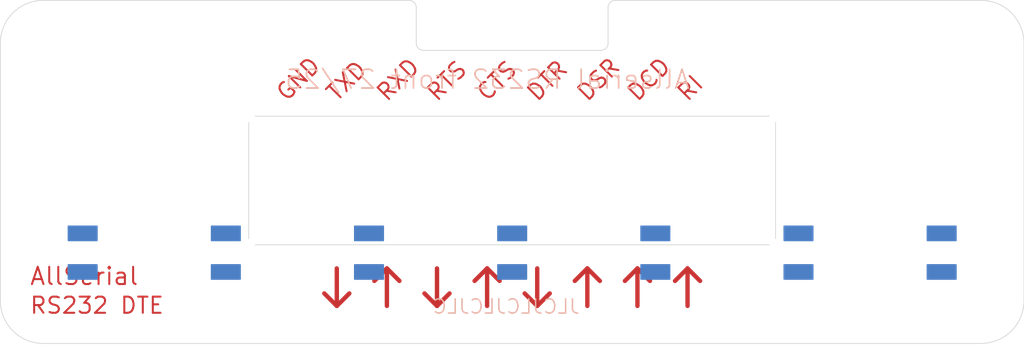
<source format=kicad_pcb>
(kicad_pcb (version 20241229) (generator "pcbnew") (generator_version "9.0")
  (layers (0 "F.Cu" signal) (2 "B.Cu" signal) (13 "F.Paste" user) (15 "B.Paste" user) (5 "F.SilkS" user "F.Silkscreen") (7 "B.SilkS" user "B.Silkscreen") (1 "F.Mask" user) (3 "B.Mask" user) (25 "Edge.Cuts" user))
  (net 0 "")
  (net 1 "S$1")
  (net 2 "S$2")
  (net 3 "S$3")
  (net 4 "S$4")
  (net 5 "S$5")
  (net 6 "S$6")
  (net 7 "S$7")
  (net 8 "S$8")
  (footprint "AllSerial_Front:Frontpanel_2_Holes" (layer "F.Cu") (at 148.5011 117.0036)
    (property "Reference" "E$1" (hide yes))
    (property "Value" "" (hide yes))
    (fp_rect (start -31 -8.2) (end -29 -7.2) (stroke (width 0.1)) (fill yes) (layer "B.Cu"))
    (fp_rect (start -31 -5.5) (end -29 -4.5) (stroke (width 0.1)) (fill yes) (layer "B.Cu"))
    (fp_rect (start -21 -8.2) (end -19 -7.2) (stroke (width 0.1)) (fill yes) (layer "B.Cu"))
    (fp_rect (start -21 -5.5) (end -19 -4.5) (stroke (width 0.1)) (fill yes) (layer "B.Cu"))
    (fp_rect (start -11 -8.2) (end -9 -7.2) (stroke (width 0.1)) (fill yes) (layer "B.Cu"))
    (fp_rect (start -11 -5.5) (end -9 -4.5) (stroke (width 0.1)) (fill yes) (layer "B.Cu"))
    (fp_rect (start -1 -8.2) (end 1 -7.2) (stroke (width 0.1)) (fill yes) (layer "B.Cu"))
    (fp_rect (start -1 -5.5) (end 1 -4.5) (stroke (width 0.1)) (fill yes) (layer "B.Cu"))
    (fp_rect (start 9 -8.2) (end 11 -7.2) (stroke (width 0.1)) (fill yes) (layer "B.Cu"))
    (fp_rect (start 9 -5.5) (end 11 -4.5) (stroke (width 0.1)) (fill yes) (layer "B.Cu"))
    (fp_rect (start 19 -8.2) (end 21 -7.2) (stroke (width 0.1)) (fill yes) (layer "B.Cu"))
    (fp_rect (start 19 -5.5) (end 21 -4.5) (stroke (width 0.1)) (fill yes) (layer "B.Cu"))
    (fp_rect (start 29 -8.2) (end 31 -7.2) (stroke (width 0.1)) (fill yes) (layer "B.Cu"))
    (fp_rect (start 29 -5.5) (end 31 -4.5) (stroke (width 0.1)) (fill yes) (layer "B.Cu"))
    (fp_line (start -35.75 -3) (end -35.75 -21) (stroke (width 0.05)) (layer "Edge.Cuts"))
    (fp_line (start -32.75 0) (end 32.75 0) (stroke (width 0.05)) (layer "Edge.Cuts"))
    (fp_line (start -32.749999 -24) (end -7.2 -24) (stroke (width 0.05)) (layer "Edge.Cuts"))
    (fp_line (start -6.7 -23.5) (end -6.7 -21) (stroke (width 0.05)) (layer "Edge.Cuts"))
    (fp_line (start -6.2 -20.5) (end 6.2 -20.5) (stroke (width 0.05)) (layer "Edge.Cuts"))
    (fp_line (start 6.7 -23.5) (end 6.7 -21) (stroke (width 0.05)) (layer "Edge.Cuts"))
    (fp_line (start 32.75 -24) (end 7.2 -24) (stroke (width 0.05)) (layer "Edge.Cuts"))
    (fp_line (start 35.75 -21) (end 35.75 -3) (stroke (width 0.05)) (layer "Edge.Cuts"))
    (fp_arc (start -35.75 -21) (mid -34.87132 -23.12132) (end -32.75 -24) (stroke (width 0.05)) (layer "Edge.Cuts"))
    (fp_arc (start -32.75 0) (mid -34.87132 -0.87868) (end -35.75 -3) (stroke (width 0.05)) (layer "Edge.Cuts"))
    (fp_arc (start -7.2 -24) (mid -6.846447 -23.853553) (end -6.7 -23.5) (stroke (width 0.05)) (layer "Edge.Cuts"))
    (fp_arc (start -6.2 -20.5) (mid -6.553553 -20.646447) (end -6.7 -21) (stroke (width 0.05)) (layer "Edge.Cuts"))
    (fp_arc (start 6.7 -23.5) (mid 6.846447 -23.853553) (end 7.2 -24) (stroke (width 0.05)) (layer "Edge.Cuts"))
    (fp_arc (start 6.7 -21) (mid 6.553553 -20.646447) (end 6.2 -20.5) (stroke (width 0.05)) (layer "Edge.Cuts"))
    (fp_arc (start 32.75 -24) (mid 34.87132 -23.12132) (end 35.75 -21) (stroke (width 0.05)) (layer "Edge.Cuts"))
    (fp_arc (start 35.75 -3) (mid 34.87132 -0.87868) (end 32.75 0) (stroke (width 0.05)) (layer "Edge.Cuts"))
    (fp_text user "AllSerial" (at -33.75 -4 0) (layer "F.Cu") (effects (font (size 1.2065 1.2065) (thickness 0.1397)) (justify left bottom)))
    (pad "" np_thru_hole circle (at -31.75 -12) (size 3.2 3.2) (drill 3.2) (layers "*.Cu" "*.Mask"))
    (pad "" np_thru_hole circle (at 31.75 -12) (size 3.2 3.2) (drill 3.2) (layers "*.Cu" "*.Mask"))
  )
  (footprint "AllSerial_Front:Metz_PT11310HBBN_182" (layer "F.Cu") (at 148.5011 117.0036)
    (property "Reference" "E$2" (hide yes))
    (property "Value" "" (hide yes))
    (fp_line (start -18.4 -15.7) (end -18.4 -7.2) (stroke (width 0.05)) (layer "Edge.Cuts"))
    (fp_line (start -18.2 -6.9) (end 18.2 -6.9) (stroke (width 0.05)) (layer "Edge.Cuts"))
    (fp_line (start 18.2 -15.9) (end -18.2 -15.9) (stroke (width 0.05)) (layer "Edge.Cuts"))
    (fp_line (start 18.4 -7.2) (end 18.4 -15.7) (stroke (width 0.05)) (layer "Edge.Cuts"))
    (fp_arc (start -18.4 -15.7) (mid -18.341421 -15.841421) (end -18.2 -15.9) (stroke (width 0.05)) (layer "Edge.Cuts"))
    (fp_arc (start -18.2 -6.9) (mid -18.362131 -7.008579) (end -18.4 -7.2) (stroke (width 0.05)) (layer "Edge.Cuts"))
    (fp_arc (start 18.2 -15.9) (mid 18.341421 -15.841421) (end 18.4 -15.7) (stroke (width 0.05)) (layer "Edge.Cuts"))
    (fp_arc (start 18.399999 -7.199999) (mid 18.341906 -7.022062) (end 18.2 -6.9) (stroke (width 0.05)) (layer "Edge.Cuts"))
    (pad "" np_thru_hole circle (at -18.2 -15.7) (size 0.6 0.6) (drill 0.6) (layers "*.Cu" "*.Mask"))
    (pad "" np_thru_hole circle (at -18.2 -7.1) (size 0.6 0.6) (drill 0.6) (layers "*.Cu" "*.Mask"))
    (pad "" np_thru_hole circle (at 18.2 -15.7) (size 0.6 0.6) (drill 0.6) (layers "*.Cu" "*.Mask"))
    (pad "" np_thru_hole circle (at 18.2 -7.1) (size 0.6 0.6) (drill 0.6) (layers "*.Cu" "*.Mask"))
  )
  (gr_text "RTS" (at 143.2511 100.2536 45) (layer "F.Cu") (effects (font (size 1.1303 1.1303) (thickness 0.1397)) (justify left bottom)))
  (gr_text "RXD" (at 139.7511 100.2536 45) (layer "F.Cu") (effects (font (size 1.1303 1.1303) (thickness 0.1397)) (justify left bottom)))
  (gr_text "DTR" (at 150.2511 100.2536 45) (layer "F.Cu") (effects (font (size 1.1303 1.1303) (thickness 0.1397)) (justify left bottom)))
  (gr_text "GND" (at 132.7511 100.2536 45) (layer "F.Cu") (effects (font (size 1.1303 1.1303) (thickness 0.1397)) (justify left bottom)))
  (gr_text "RS232 DTE" (at 114.7511 115.0036 0) (layer "F.Cu") (effects (font (size 1.1303 1.1303) (thickness 0.1397)) (justify left bottom)))
  (gr_text "TXD" (at 136.2511 100.2536 45) (layer "F.Cu") (effects (font (size 1.1303 1.1303) (thickness 0.1397)) (justify left bottom)))
  (gr_text "DCD" (at 157.2511 100.2536 45) (layer "F.Cu") (effects (font (size 1.1303 1.1303) (thickness 0.1397)) (justify left bottom)))
  (gr_text "DSR" (at 153.7511 100.2536 45) (layer "F.Cu") (effects (font (size 1.1303 1.1303) (thickness 0.1397)) (justify left bottom)))
  (gr_text "RI" (at 160.7511 100.2536 45) (layer "F.Cu") (effects (font (size 1.1303 1.1303) (thickness 0.1397)) (justify left bottom)))
  (gr_text "CTS" (at 146.7511 100.2536 45) (layer "F.Cu") (effects (font (size 1.1303 1.1303) (thickness 0.1397)) (justify left bottom)))
  (gr_text "Allserial RS232 front 27/25" (at 161 99.3 0) (layer "B.SilkS") (effects (font (size 1.308608 1.308608) (thickness 0.113792)) (justify left bottom mirror)))
  (gr_text "JLCJLCJLCJLC" (at 153.3011 115.0036 0) (layer "B.SilkS") (effects (font (size 1 1) (thickness 0.1)) (justify left bottom mirror)))
  (segment (start 136.2511 114.3786) (end 137.1261 113.5036) (width 0.3048) (layer "F.Cu") (net 1))
  (segment (start 136.2511 111.7536) (end 136.2511 114.3786) (width 0.3048) (layer "F.Cu") (net 1))
  (segment (start 136.2511 114.3786) (end 135.3761 113.5036) (width 0.3048) (layer "F.Cu") (net 1))
  (segment (start 143.2511 111.7536) (end 143.2511 114.3786) (width 0.3048) (layer "F.Cu") (net 2))
  (segment (start 143.2511 114.3786) (end 144.1261 113.5036) (width 0.3048) (layer "F.Cu") (net 2))
  (segment (start 143.2511 114.3786) (end 142.3761 113.5036) (width 0.3048) (layer "F.Cu") (net 2))
  (segment (start 150.2511 114.3786) (end 151.1261 113.5036) (width 0.3048) (layer "F.Cu") (net 3))
  (segment (start 150.2511 114.3786) (end 149.3761 113.5036) (width 0.3048) (layer "F.Cu") (net 3))
  (segment (start 150.2511 111.7536) (end 150.2511 114.3786) (width 0.3048) (layer "F.Cu") (net 3))
  (segment (start 139.7511 111.7536) (end 138.8761 112.6286) (width 0.3048) (layer "F.Cu") (net 4))
  (segment (start 139.7511 114.3786) (end 139.7511 111.7536) (width 0.3048) (layer "F.Cu") (net 4))
  (segment (start 139.7511 111.7536) (end 140.6261 112.6286) (width 0.3048) (layer "F.Cu") (net 4))
  (segment (start 146.7511 111.7536) (end 145.8761 112.6286) (width 0.3048) (layer "F.Cu") (net 5))
  (segment (start 146.7511 111.7536) (end 147.6261 112.6286) (width 0.3048) (layer "F.Cu") (net 5))
  (segment (start 146.7511 114.3786) (end 146.7511 111.7536) (width 0.3048) (layer "F.Cu") (net 5))
  (segment (start 153.7511 114.3786) (end 153.7511 111.7536) (width 0.3048) (layer "F.Cu") (net 6))
  (segment (start 153.7511 111.7536) (end 154.6261 112.6286) (width 0.3048) (layer "F.Cu") (net 6))
  (segment (start 153.7511 111.7536) (end 152.8761 112.6286) (width 0.3048) (layer "F.Cu") (net 6))
  (segment (start 157.2511 111.7536) (end 156.3761 112.6286) (width 0.3048) (layer "F.Cu") (net 7))
  (segment (start 157.2511 111.7536) (end 158.1261 112.6286) (width 0.3048) (layer "F.Cu") (net 7))
  (segment (start 157.2511 114.3786) (end 157.2511 111.7536) (width 0.3048) (layer "F.Cu") (net 7))
  (segment (start 160.7511 114.3786) (end 160.7511 111.7536) (width 0.3048) (layer "F.Cu") (net 8))
  (segment (start 160.7511 111.7536) (end 161.6261 112.6286) (width 0.3048) (layer "F.Cu") (net 8))
  (segment (start 160.7511 111.7536) (end 159.8761 112.6286) (width 0.3048) (layer "F.Cu") (net 8))
)
</source>
